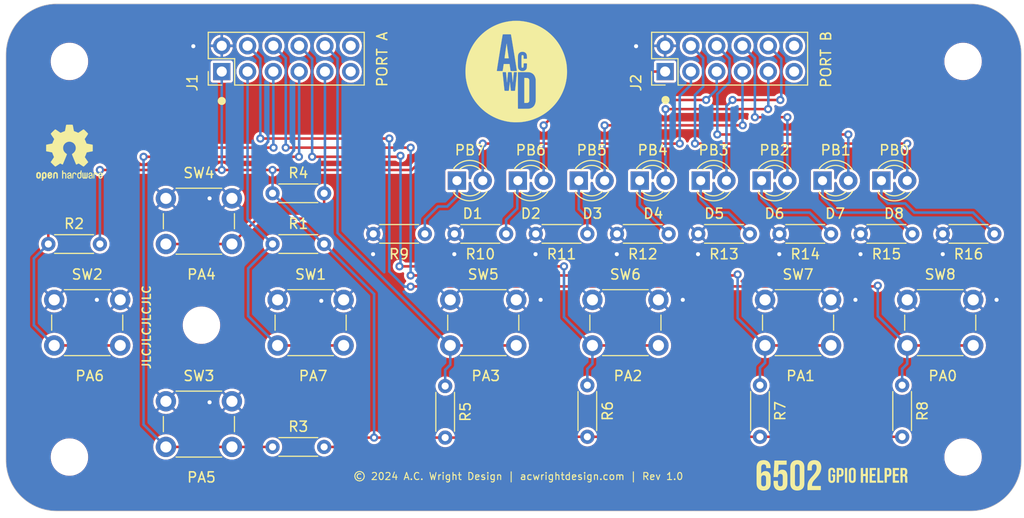
<source format=kicad_pcb>
(kicad_pcb (version 20240108) (generator "pcbnew") (generator_version "8.0")
  (title_block (title "6502 GPIO Helper") (date "2024-06-06") (rev "1.0") (company "A.C. Wright Design"))
  (layers (0 "F.Cu" signal "Top") (31 "B.Cu" signal "Bottom") (34 "B.Paste" user) (35 "F.Paste" user) (36 "B.SilkS" user "B.Silkscreen") (37 "F.SilkS" user "F.Silkscreen") (38 "B.Mask" user) (39 "F.Mask" user) (44 "Edge.Cuts" user))
  (net 0 "")
  (net 1 "GND")
  (net 2 "VCC")
  (net 3 "Net-(D1-K)")
  (net 4 "Net-(D2-K)")
  (net 5 "Net-(D3-K)")
  (net 6 "Net-(D4-K)")
  (net 7 "Net-(D5-K)")
  (net 8 "Net-(D6-K)")
  (net 9 "PB7")
  (net 10 "Net-(D7-K)")
  (net 11 "Net-(D8-K)")
  (net 12 "PB6")
  (net 13 "PB5")
  (net 14 "PB4")
  (net 15 "PB3")
  (net 16 "PB2")
  (net 17 "PB1")
  (net 18 "PB0")
  (net 19 "PA5")
  (net 21 "PA7")
  (net 22 "PA6")
  (net 23 "PA1")
  (net 24 "PA3")
  (net 26 "PA4")
  (net 27 "PA0")
  (net 28 "PA2")
  (footprint "Symbol:OSHW-Logo2_7.3x6mm_SilkScreen" (layer "F.Cu") (at 71.3011 97.8136)
    (property "Reference" "REF**" (hide yes))
    (property "Value" "OSHW-Logo2_7.3x6mm_SilkScreen" (hide yes))
  )
  (footprint "A.C. Wright Logo:A.C. Wright Logo 10mm" (layer "F.Cu") (at 115.3011 89.8136)
    (property "Reference" "G***" (hide yes))
    (property "Value" "LOGO" (hide yes))
  )
  (footprint "LED_THT:LED_D3.0mm" (layer "F.Cu") (at 133.4611 100.5636)
    (property "Reference" "D5" (at 1.34 3.25 0) (layer "F.SilkS"))
    (property "Value" "PB3" (at 1.27 -3 0) (layer "F.SilkS"))
    (pad "1" thru_hole rect (at 0 0) (size 1.8 1.8) (drill 0.9) (layers "*.Cu" "*.Mask") (net 7 "Net-(D5-K)"))
    (pad "2" thru_hole circle (at 2.54 0) (size 1.8 1.8) (drill 0.9) (layers "*.Cu" "*.Mask") (net 15 "PB3"))
  )
  (footprint "Resistor_THT:R_Axial_DIN0204_L3.6mm_D1.6mm_P5.08mm_Horizontal" (layer "F.Cu") (at 141.2211 105.8136)
    (property "Reference" "R14" (at 2.54 2 0) (layer "F.SilkS"))
    (property "Value" "330" (hide yes))
    (pad "1" thru_hole circle (at 0 0) (size 1.4 1.4) (drill 0.7) (layers "*.Cu" "*.Mask") (net 1 "GND"))
    (pad "2" thru_hole oval (at 5.08 0) (size 1.4 1.4) (drill 0.7) (layers "*.Cu" "*.Mask") (net 8 "Net-(D6-K)"))
  )
  (footprint "MountingHole:MountingHole_3.2mm_M3" (layer "F.Cu") (at 159.3011 88.8136)
    (property "Reference" "REF**" (hide yes))
    (property "Value" "MountingHole_3.2mm_M3" (hide yes))
    (pad "" np_thru_hole circle (at 0 0) (size 3.2 3.2) (drill 3.2) (layers "F&B.Cu" "*.Mask"))
  )
  (footprint "Resistor_THT:R_Axial_DIN0204_L3.6mm_D1.6mm_P5.08mm_Horizontal" (layer "F.Cu") (at 91.3011 126.8136)
    (property "Reference" "R3" (at 2.54 -2 0) (layer "F.SilkS"))
    (property "Value" "1K" (hide yes))
    (pad "1" thru_hole circle (at 0 0) (size 1.4 1.4) (drill 0.7) (layers "*.Cu" "*.Mask") (net 19 "PA5"))
    (pad "2" thru_hole oval (at 5.08 0) (size 1.4 1.4) (drill 0.7) (layers "*.Cu" "*.Mask") (net 2 "VCC"))
  )
  (footprint "MountingHole:MountingHole_3.2mm_M3" (layer "F.Cu") (at 84.3011 114.8136)
    (property "Reference" "REF**" (hide yes))
    (property "Value" "MountingHole_3.2mm_M3" (hide yes))
    (pad "" np_thru_hole circle (at 0 0) (size 3.2 3.2) (drill 3.2) (layers "*.Cu" "*.Mask"))
  )
  (footprint "Button_Switch_THT:SW_PUSH_6mm" (layer "F.Cu") (at 153.8011 112.3136)
    (property "Reference" "SW8" (at 3.25 -2.5 0) (layer "F.SilkS"))
    (property "Value" "PA0" (at 3.5 7.5 0) (layer "F.SilkS"))
    (pad "1" thru_hole circle (at 0 0 90) (size 2 2) (drill 1.1) (layers "*.Cu" "*.Mask") (net 1 "GND"))
    (pad "1" thru_hole circle (at 6.5 0 90) (size 2 2) (drill 1.1) (layers "*.Cu" "*.Mask") (net 1 "GND"))
    (pad "2" thru_hole circle (at 0 4.5 90) (size 2 2) (drill 1.1) (layers "*.Cu" "*.Mask") (net 27 "PA0"))
    (pad "2" thru_hole circle (at 6.5 4.5 90) (size 2 2) (drill 1.1) (layers "*.Cu" "*.Mask") (net 27 "PA0"))
  )
  (footprint "LED_THT:LED_D3.0mm" (layer "F.Cu") (at 151.2611 100.5636)
    (property "Reference" "D8" (at 1.24 3.25 0) (layer "F.SilkS"))
    (property "Value" "PB0" (at 1.27 -3 0) (layer "F.SilkS"))
    (pad "1" thru_hole rect (at 0 0) (size 1.8 1.8) (drill 0.9) (layers "*.Cu" "*.Mask") (net 11 "Net-(D8-K)"))
    (pad "2" thru_hole circle (at 2.54 0) (size 1.8 1.8) (drill 0.9) (layers "*.Cu" "*.Mask") (net 18 "PB0"))
  )
  (footprint "Button_Switch_THT:SW_PUSH_6mm" (layer "F.Cu") (at 80.8011 102.3136)
    (property "Reference" "SW4" (at 3.25 -2.5 0) (layer "F.SilkS"))
    (property "Value" "PA4" (at 3.5 7.5 0) (layer "F.SilkS"))
    (pad "1" thru_hole circle (at 0 0 90) (size 2 2) (drill 1.1) (layers "*.Cu" "*.Mask") (net 1 "GND"))
    (pad "1" thru_hole circle (at 6.5 0 90) (size 2 2) (drill 1.1) (layers "*.Cu" "*.Mask") (net 1 "GND"))
    (pad "2" thru_hole circle (at 0 4.5 90) (size 2 2) (drill 1.1) (layers "*.Cu" "*.Mask") (net 26 "PA4"))
    (pad "2" thru_hole circle (at 6.5 4.5 90) (size 2 2) (drill 1.1) (layers "*.Cu" "*.Mask") (net 26 "PA4"))
  )
  (footprint "Resistor_THT:R_Axial_DIN0204_L3.6mm_D1.6mm_P5.08mm_Horizontal" (layer "F.Cu") (at 157.3011 105.8136)
    (property "Reference" "R16" (at 2.54 2 0) (layer "F.SilkS"))
    (property "Value" "330" (hide yes))
    (pad "1" thru_hole circle (at 0 0) (size 1.4 1.4) (drill 0.7) (layers "*.Cu" "*.Mask") (net 1 "GND"))
    (pad "2" thru_hole oval (at 5.08 0) (size 1.4 1.4) (drill 0.7) (layers "*.Cu" "*.Mask") (net 11 "Net-(D8-K)"))
  )
  (footprint "Button_Switch_THT:SW_PUSH_6mm" (layer "F.Cu") (at 91.8011 112.3136)
    (property "Reference" "SW1" (at 3.25 -2.5 0) (layer "F.SilkS"))
    (property "Value" "PA7" (at 3.5 7.5 0) (layer "F.SilkS"))
    (pad "1" thru_hole circle (at 0 0 90) (size 2 2) (drill 1.1) (layers "*.Cu" "*.Mask") (net 1 "GND"))
    (pad "1" thru_hole circle (at 6.5 0 90) (size 2 2) (drill 1.1) (layers "*.Cu" "*.Mask") (net 1 "GND"))
    (pad "2" thru_hole circle (at 0 4.5 90) (size 2 2) (drill 1.1) (layers "*.Cu" "*.Mask") (net 21 "PA7"))
    (pad "2" thru_hole circle (at 6.5 4.5 90) (size 2 2) (drill 1.1) (layers "*.Cu" "*.Mask") (net 21 "PA7"))
  )
  (footprint "LED_THT:LED_D3.0mm" (layer "F.Cu") (at 127.4611 100.5636)
    (property "Reference" "D4" (at 1.34 3.25 0) (layer "F.SilkS"))
    (property "Value" "PB4" (at 1.27 -3 0) (layer "F.SilkS"))
    (pad "1" thru_hole rect (at 0 0) (size 1.8 1.8) (drill 0.9) (layers "*.Cu" "*.Mask") (net 6 "Net-(D4-K)"))
    (pad "2" thru_hole circle (at 2.54 0) (size 1.8 1.8) (drill 0.9) (layers "*.Cu" "*.Mask") (net 14 "PB4"))
  )
  (footprint "Connector_PinHeader_2.54mm:PinHeader_2x06_P2.54mm_Vertical" (layer "F.Cu") (at 86.3011 89.8136 90)
    (property "Reference" "J1" (at -1.1 -2.9 270) (layer "F.SilkS"))
    (property "Value" "PORT A" (at 1.2 15.8 270) (layer "F.SilkS"))
    (pad "1" thru_hole rect (at 0 0 90) (size 1.7 1.7) (drill 1) (layers "*.Cu" "*.Mask") (net 2 "VCC"))
    (pad "2" thru_hole oval (at 2.54 0 90) (size 1.7 1.7) (drill 1) (layers "*.Cu" "*.Mask") (net 1 "GND"))
    (pad "3" thru_hole oval (at 0 2.54 90) (size 1.7 1.7) (drill 1) (layers "*.Cu" "*.Mask") (net 21 "PA7"))
    (pad "4" thru_hole oval (at 2.54 2.54 90) (size 1.7 1.7) (drill 1) (layers "*.Cu" "*.Mask") (net 27 "PA0"))
    (pad "5" thru_hole oval (at 0 5.08 90) (size 1.7 1.7) (drill 1) (layers "*.Cu" "*.Mask") (net 22 "PA6"))
    (pad "6" thru_hole oval (at 2.54 5.08 90) (size 1.7 1.7) (drill 1) (layers "*.Cu" "*.Mask") (net 23 "PA1"))
    (pad "7" thru_hole oval (at 0 7.62 90) (size 1.7 1.7) (drill 1) (layers "*.Cu" "*.Mask") (net 19 "PA5"))
    (pad "8" thru_hole oval (at 2.54 7.62 90) (size 1.7 1.7) (drill 1) (layers "*.Cu" "*.Mask") (net 28 "PA2"))
    (pad "9" thru_hole oval (at 0 10.16 90) (size 1.7 1.7) (drill 1) (layers "*.Cu" "*.Mask") (net 26 "PA4"))
    (pad "10" thru_hole oval (at 2.54 10.16 90) (size 1.7 1.7) (drill 1) (layers "*.Cu" "*.Mask") (net 24 "PA3"))
    (pad "11" thru_hole oval (at 0 12.7 90) (size 1.7 1.7) (drill 1) (layers "*.Cu" "*.Mask"))
    (pad "12" thru_hole oval (at 2.54 12.7 90) (size 1.7 1.7) (drill 1) (layers "*.Cu" "*.Mask"))
  )
  (footprint "6502 Logos:6502 GPIO Helper Logo 3mm" (layer "F.Cu") (at 150.956215 129.613673)
    (property "Reference" "G***" (hide yes))
    (property "Value" "LOGO" (hide yes))
  )
  (footprint "Resistor_THT:R_Axial_DIN0204_L3.6mm_D1.6mm_P5.08mm_Horizontal" (layer "F.Cu") (at 69.2211 106.8136)
    (property "Reference" "R2" (at 2.54 -2 0) (layer "F.SilkS"))
    (property "Value" "1K" (hide yes))
    (pad "1" thru_hole circle (at 0 0) (size 1.4 1.4) (drill 0.7) (layers "*.Cu" "*.Mask") (net 22 "PA6"))
    (pad "2" thru_hole oval (at 5.08 0) (size 1.4 1.4) (drill 0.7) (layers "*.Cu" "*.Mask") (net 2 "VCC"))
  )
  (footprint "LED_THT:LED_D3.0mm" (layer "F.Cu") (at 115.4611 100.5636)
    (property "Reference" "D2" (at 1.27 3.25 0) (layer "F.SilkS"))
    (property "Value" "PB6" (at 1.27 -3 0) (layer "F.SilkS"))
    (pad "1" thru_hole rect (at 0 0) (size 1.8 1.8) (drill 0.9) (layers "*.Cu" "*.Mask") (net 4 "Net-(D2-K)"))
    (pad "2" thru_hole circle (at 2.54 0) (size 1.8 1.8) (drill 0.9) (layers "*.Cu" "*.Mask") (net 12 "PB6"))
  )
  (footprint "Resistor_THT:R_Axial_DIN0204_L3.6mm_D1.6mm_P5.08mm_Horizontal" (layer "F.Cu") (at 108.3011 120.8136 -90)
    (property "Reference" "R5" (at 2.54 -2 90) (layer "F.SilkS"))
    (property "Value" "1K" (hide yes))
    (pad "1" thru_hole circle (at 0 0 270) (size 1.4 1.4) (drill 0.7) (layers "*.Cu" "*.Mask") (net 24 "PA3"))
    (pad "2" thru_hole oval (at 5.08 0 270) (size 1.4 1.4) (drill 0.7) (layers "*.Cu" "*.Mask") (net 2 "VCC"))
  )
  (footprint "MountingHole:MountingHole_3.2mm_M3" (layer "F.Cu") (at 159.3011 127.8136)
    (property "Reference" "REF**" (hide yes))
    (property "Value" "MountingHole_3.2mm_M3" (hide yes))
    (pad "" np_thru_hole circle (at 0 0) (size 3.2 3.2) (drill 3.2) (layers "F&B.Cu" "*.Mask"))
  )
  (footprint "Resistor_THT:R_Axial_DIN0204_L3.6mm_D1.6mm_P5.08mm_Horizontal" (layer "F.Cu") (at 117.2211 105.8136)
    (property "Reference" "R11" (at 2.54 2 0) (layer "F.SilkS"))
    (property "Value" "330" (hide yes))
    (pad "1" thru_hole circle (at 0 0) (size 1.4 1.4) (drill 0.7) (layers "*.Cu" "*.Mask") (net 1 "GND"))
    (pad "2" thru_hole oval (at 5.08 0) (size 1.4 1.4) (drill 0.7) (layers "*.Cu" "*.Mask") (net 5 "Net-(D3-K)"))
  )
  (footprint "Connector_PinHeader_2.54mm:PinHeader_2x06_P2.54mm_Vertical" (layer "F.Cu") (at 129.9611 89.8136 90)
    (property "Reference" "J2" (at -1.1 -2.86 270) (layer "F.SilkS"))
    (property "Value" "PORT B" (at 1.2 15.84 270) (layer "F.SilkS"))
    (pad "1" thru_hole rect (at 0 0 90) (size 1.7 1.7) (drill 1) (layers "*.Cu" "*.Mask") (net 2 "VCC"))
    (pad "2" thru_hole oval (at 2.54 0 90) (size 1.7 1.7) (drill 1) (layers "*.Cu" "*.Mask") (net 1 "GND"))
    (pad "3" thru_hole oval (at 0 2.54 90) (size 1.7 1.7) (drill 1) (layers "*.Cu" "*.Mask") (net 9 "PB7"))
    (pad "4" thru_hole oval (at 2.54 2.54 90) (size 1.7 1.7) (drill 1) (layers "*.Cu" "*.Mask") (net 18 "PB0"))
    (pad "5" thru_hole oval (at 0 5.08 90) (size 1.7 1.7) (drill 1) (layers "*.Cu" "*.Mask") (net 12 "PB6"))
    (pad "6" thru_hole oval (at 2.54 5.08 90) (size 1.7 1.7) (drill 1) (layers "*.Cu" "*.Mask") (net 17 "PB1"))
    (pad "7" thru_hole oval (at 0 7.62 90) (size 1.7 1.7) (drill 1) (layers "*.Cu" "*.Mask") (net 13 "PB5"))
    (pad "8" thru_hole oval (at 2.54 7.62 90) (size 1.7 1.7) (drill 1) (layers "*.Cu" "*.Mask") (net 16 "PB2"))
    (pad "9" thru_hole oval (at 0 10.16 90) (size 1.7 1.7) (drill 1) (layers "*.Cu" "*.Mask") (net 14 "PB4"))
    (pad "10" thru_hole oval (at 2.54 10.16 90) (size 1.7 1.7) (drill 1) (layers "*.Cu" "*.Mask") (net 15 "PB3"))
    (pad "11" thru_hole oval (at 0 12.7 90) (size 1.7 1.7) (drill 1) (layers "*.Cu" "*.Mask"))
    (pad "12" thru_hole oval (at 2.54 12.7 90) (size 1.7 1.7) (drill 1) (layers "*.Cu" "*.Mask"))
  )
  (footprint "LED_THT:LED_D3.0mm" (layer "F.Cu") (at 109.4611 100.5636)
    (property "Reference" "D1" (at 1.54 3.25 0) (layer "F.SilkS"))
    (property "Value" "PB7" (at 1.27 -3 0) (layer "F.SilkS"))
    (pad "1" thru_hole rect (at 0 0) (size 1.8 1.8) (drill 0.9) (layers "*.Cu" "*.Mask") (net 3 "Net-(D1-K)"))
    (pad "2" thru_hole circle (at 2.54 0) (size 1.8 1.8) (drill 0.9) (layers "*.Cu" "*.Mask") (net 9 "PB7"))
  )
  (footprint "MountingHole:MountingHole_3.2mm_M3" (layer "F.Cu") (at 71.3011 88.8136)
    (property "Reference" "REF**" (hide yes))
    (property "Value" "MountingHole_3.2mm_M3" (hide yes))
    (pad "" np_thru_hole circle (at 0 0) (size 3.2 3.2) (drill 3.2) (layers "F&B.Cu" "*.Mask"))
  )
  (footprint "Resistor_THT:R_Axial_DIN0204_L3.6mm_D1.6mm_P5.08mm_Horizontal" (layer "F.Cu") (at 153.3011 120.7336 -90)
    (property "Reference" "R8" (at 2.54 -2 90) (layer "F.SilkS"))
    (property "Value" "1K" (hide yes))
    (pad "1" thru_hole circle (at 0 0 270) (size 1.4 1.4) (drill 0.7) (layers "*.Cu" "*.Mask") (net 27 "PA0"))
    (pad "2" thru_hole oval (at 5.08 0 270) (size 1.4 1.4) (drill 0.7) (layers "*.Cu" "*.Mask") (net 2 "VCC"))
  )
  (footprint "Button_Switch_THT:SW_PUSH_6mm" (layer "F.Cu") (at 80.8011 122.3136)
    (property "Reference" "SW3" (at 3.25 -2.5 0) (layer "F.SilkS"))
    (property "Value" "PA5" (at 3.5 7.5 0) (layer "F.SilkS"))
    (pad "1" thru_hole circle (at 0 0 90) (size 2 2) (drill 1.1) (layers "*.Cu" "*.Mask") (net 1 "GND"))
    (pad "1" thru_hole circle (at 6.5 0 90) (size 2 2) (drill 1.1) (layers "*.Cu" "*.Mask") (net 1 "GND"))
    (pad "2" thru_hole circle (at 0 4.5 90) (size 2 2) (drill 1.1) (layers "*.Cu" "*.Mask") (net 19 "PA5"))
    (pad "2" thru_hole circle (at 6.5 4.5 90) (size 2 2) (drill 1.1) (layers "*.Cu" "*.Mask") (net 19 "PA5"))
  )
  (footprint "LED_THT:LED_D3.0mm" (layer "F.Cu") (at 139.4611 100.5636)
    (property "Reference" "D6" (at 1.27 3.25 0) (layer "F.SilkS"))
    (property "Value" "PB2" (at 1.27 -3 0) (layer "F.SilkS"))
    (pad "1" thru_hole rect (at 0 0) (size 1.8 1.8) (drill 0.9) (layers "*.Cu" "*.Mask") (net 8 "Net-(D6-K)"))
    (pad "2" thru_hole circle (at 2.54 0) (size 1.8 1.8) (drill 0.9) (layers "*.Cu" "*.Mask") (net 16 "PB2"))
  )
  (footprint "Resistor_THT:R_Axial_DIN0204_L3.6mm_D1.6mm_P5.08mm_Horizontal" (layer "F.Cu") (at 133.2211 105.8136)
    (property "Reference" "R13" (at 2.54 2 0) (layer "F.SilkS"))
    (property "Value" "330" (hide yes))
    (pad "1" thru_hole circle (at 0 0) (size 1.4 1.4) (drill 0.7) (layers "*.Cu" "*.Mask") (net 1 "GND"))
    (pad "2" thru_hole oval (at 5.08 0) (size 1.4 1.4) (drill 0.7) (layers "*.Cu" "*.Mask") (net 7 "Net-(D5-K)"))
  )
  (footprint "Button_Switch_THT:SW_PUSH_6mm" (layer "F.Cu") (at 139.8011 112.3136)
    (property "Reference" "SW7" (at 3.25 -2.5 0) (layer "F.SilkS"))
    (property "Value" "PA1" (at 3.5 7.5 0) (layer "F.SilkS"))
    (pad "1" thru_hole circle (at 0 0 90) (size 2 2) (drill 1.1) (layers "*.Cu" "*.Mask") (net 1 "GND"))
    (pad "1" thru_hole circle (at 6.5 0 90) (size 2 2) (drill 1.1) (layers "*.Cu" "*.Mask") (net 1 "GND"))
    (pad "2" thru_hole circle (at 0 4.5 90) (size 2 2) (drill 1.1) (layers "*.Cu" "*.Mask") (net 23 "PA1"))
    (pad "2" thru_hole circle (at 6.5 4.5 90) (size 2 2) (drill 1.1) (layers "*.Cu" "*.Mask") (net 23 "PA1"))
  )
  (footprint "Resistor_THT:R_Axial_DIN0204_L3.6mm_D1.6mm_P5.08mm_Horizontal" (layer "F.Cu") (at 122.3011 120.7336 -90)
    (property "Reference" "R6" (at 2.54 -2 90) (layer "F.SilkS"))
    (property "Value" "1K" (hide yes))
    (pad "1" thru_hole circle (at 0 0 270) (size 1.4 1.4) (drill 0.7) (layers "*.Cu" "*.Mask") (net 28 "PA2"))
    (pad "2" thru_hole oval (at 5.08 0 270) (size 1.4 1.4) (drill 0.7) (layers "*.Cu" "*.Mask") (net 2 "VCC"))
  )
  (footprint "Resistor_THT:R_Axial_DIN0204_L3.6mm_D1.6mm_P5.08mm_Horizontal" (layer "F.Cu") (at 149.2211 105.8136)
    (property "Reference" "R15" (at 2.54 2 0) (layer "F.SilkS"))
    (property "Value" "330" (hide yes))
    (pad "1" thru_hole circle (at 0 0) (size 1.4 1.4) (drill 0.7) (layers "*.Cu" "*.Mask") (net 1 "GND"))
    (pad "2" thru_hole oval (at 5.08 0) (size 1.4 1.4) (drill 0.7) (layers "*.Cu" "*.Mask") (net 10 "Net-(D7-K)"))
  )
  (footprint "Resistor_THT:R_Axial_DIN0204_L3.6mm_D1.6mm_P5.08mm_Horizontal" (layer "F.Cu") (at 139.3011 120.7336 -90)
    (property "Reference" "R7" (at 2.54 -2 90) (layer "F.SilkS"))
    (property "Value" "1K" (hide yes))
    (pad "1" thru_hole circle (at 0 0 270) (size 1.4 1.4) (drill 0.7) (layers "*.Cu" "*.Mask") (net 23 "PA1"))
    (pad "2" thru_hole oval (at 5.08 0 270) (size 1.4 1.4) (drill 0.7) (layers "*.Cu" "*.Mask") (net 2 "VCC"))
  )
  (footprint "Resistor_THT:R_Axial_DIN0204_L3.6mm_D1.6mm_P5.08mm_Horizontal" (layer "F.Cu") (at 125.2211 105.8136)
    (property "Reference" "R12" (at 2.54 2 0) (layer "F.SilkS"))
    (property "Value" "330" (hide yes))
    (pad "1" thru_hole circle (at 0 0) (size 1.4 1.4) (drill 0.7) (layers "*.Cu" "*.Mask") (net 1 "GND"))
    (pad "2" thru_hole oval (at 5.08 0) (size 1.4 1.4) (drill 0.7) (layers "*.Cu" "*.Mask") (net 6 "Net-(D4-K)"))
  )
  (footprint "LED_THT:LED_D3.0mm" (layer "F.Cu") (at 121.4611 100.5636)
    (property "Reference" "D3" (at 1.34 3.25 0) (layer "F.SilkS"))
    (property "Value" "PB5" (at 1.27 -3 0) (layer "F.SilkS"))
    (pad "1" thru_hole rect (at 0 0) (size 1.8 1.8) (drill 0.9) (layers "*.Cu" "*.Mask") (net 5 "Net-(D3-K)"))
    (pad "2" thru_hole circle (at 2.54 0) (size 1.8 1.8) (drill 0.9) (layers "*.Cu" "*.Mask") (net 13 "PB5"))
  )
  (footprint "Button_Switch_THT:SW_PUSH_6mm" (layer "F.Cu") (at 122.8011 112.3136)
    (property "Reference" "SW6" (at 3.25 -2.5 0) (layer "F.SilkS"))
    (property "Value" "PA2" (at 3.5 7.5 0) (layer "F.SilkS"))
    (pad "1" thru_hole circle (at 0 0 90) (size 2 2) (drill 1.1) (layers "*.Cu" "*.Mask") (net 1 "GND"))
    (pad "1" thru_hole circle (at 6.5 0 90) (size 2 2) (drill 1.1) (layers "*.Cu" "*.Mask") (net 1 "GND"))
    (pad "2" thru_hole circle (at 0 4.5 90) (size 2 2) (drill 1.1) (layers "*.Cu" "*.Mask") (net 28 "PA2"))
    (pad "2" thru_hole circle (at 6.5 4.5 90) (size 2 2) (drill 1.1) (layers "*.Cu" "*.Mask") (net 28 "PA2"))
  )
  (footprint "Button_Switch_THT:SW_PUSH_6mm" (layer "F.Cu") (at 69.8011 112.3136)
    (property "Reference" "SW2" (at 3.25 -2.5 0) (layer "F.SilkS"))
    (property "Value" "PA6" (at 3.5 7.5 0) (layer "F.SilkS"))
    (pad "1" thru_hole circle (at 0 0 90) (size 2 2) (drill 1.1) (layers "*.Cu" "*.Mask") (net 1 "GND"))
    (pad "1" thru_hole circle (at 6.5 0 90) (size 2 2) (drill 1.1) (layers "*.Cu" "*.Mask") (net 1 "GND"))
    (pad "2" thru_hole circle (at 0 4.5 90) (size 2 2) (drill 1.1) (layers "*.Cu" "*.Mask") (net 22 "PA6"))
    (pad "2" thru_hole circle (at 6.5 4.5 90) (size 2 2) (drill 1.1) (layers "*.Cu" "*.Mask") (net 22 "PA6"))
  )
  (footprint "Resistor_THT:R_Axial_DIN0204_L3.6mm_D1.6mm_P5.08mm_Horizontal" (layer "F.Cu") (at 101.2211 105.8136)
    (property "Reference" "R9" (at 2.54 2 0) (layer "F.SilkS"))
    (property "Value" "330" (hide yes))
    (pad "1" thru_hole circle (at 0 0) (size 1.4 1.4) (drill 0.7) (layers "*.Cu" "*.Mask") (net 1 "GND"))
    (pad "2" thru_hole oval (at 5.08 0) (size 1.4 1.4) (drill 0.7) (layers "*.Cu" "*.Mask") (net 3 "Net-(D1-K)"))
  )
  (footprint "Resistor_THT:R_Axial_DIN0204_L3.6mm_D1.6mm_P5.08mm_Horizontal" (layer "F.Cu") (at 109.2211 105.8136)
    (property "Reference" "R10" (at 2.54 2 0) (layer "F.SilkS"))
    (property "Value" "330" (hide yes))
    (pad "1" thru_hole circle (at 0 0) (size 1.4 1.4) (drill 0.7) (layers "*.Cu" "*.Mask") (net 1 "GND"))
    (pad "2" thru_hole oval (at 5.08 0) (size 1.4 1.4) (drill 0.7) (layers "*.Cu" "*.Mask") (net 4 "Net-(D2-K)"))
  )
  (footprint "Button_Switch_THT:SW_PUSH_6mm" (layer "F.Cu") (at 108.8011 112.3136)
    (property "Reference" "SW5" (at 3.25 -2.5 0) (layer "F.SilkS"))
    (property "Value" "PA3" (at 3.5 7.5 0) (layer "F.SilkS"))
    (pad "1" thru_hole circle (at 0 0 90) (size 2 2) (drill 1.1) (layers "*.Cu" "*.Mask") (net 1 "GND"))
    (pad "1" thru_hole circle (at 6.5 0 90) (size 2 2) (drill 1.1) (layers "*.Cu" "*.Mask") (net 1 "GND"))
    (pad "2" thru_hole circle (at 0 4.5 90) (size 2 2) (drill 1.1) (layers "*.Cu" "*.Mask") (net 24 "PA3"))
    (pad "2" thru_hole circle (at 6.5 4.5 90) (size 2 2) (drill 1.1) (layers "*.Cu" "*.Mask") (net 24 "PA3"))
  )
  (footprint "MountingHole:MountingHole_3.2mm_M3" (layer "F.Cu") (at 71.3011 127.8136)
    (property "Reference" "REF**" (hide yes))
    (property "Value" "MountingHole_3.2mm_M3" (hide yes))
    (pad "" np_thru_hole circle (at 0 0) (size 3.2 3.2) (drill 3.2) (layers "F&B.Cu" "*.Mask"))
  )
  (footprint "LED_THT:LED_D3.0mm" (layer "F.Cu") (at 145.4611 100.5636)
    (property "Reference" "D7" (at 1.24 3.25 0) (layer "F.SilkS"))
    (property "Value" "PB1" (at 1.29 -3 0) (layer "F.SilkS"))
    (pad "1" thru_hole rect (at 0 0) (size 1.8 1.8) (drill 0.9) (layers "*.Cu" "*.Mask") (net 10 "Net-(D7-K)"))
    (pad "2" thru_hole circle (at 2.54 0) (size 1.8 1.8) (drill 0.9) (layers "*.Cu" "*.Mask") (net 17 "PB1"))
  )
  (footprint "Resistor_THT:R_Axial_DIN0204_L3.6mm_D1.6mm_P5.08mm_Horizontal" (layer "F.Cu") (at 96.3811 101.8136 180)
    (property "Reference" "R4" (at 2.54 2 180) (layer "F.SilkS"))
    (property "Value" "1K" (hide yes))
    (pad "1" thru_hole circle (at 0 0 180) (size 1.4 1.4) (drill 0.7) (layers "*.Cu" "*.Mask") (net 26 "PA4"))
    (pad "2" thru_hole oval (at 5.08 0 180) (size 1.4 1.4) (drill 0.7) (layers "*.Cu" "*.Mask") (net 2 "VCC"))
  )
  (footprint "Resistor_THT:R_Axial_DIN0204_L3.6mm_D1.6mm_P5.08mm_Horizontal" (layer "F.Cu") (at 91.3011 106.8136)
    (property "Reference" "R1" (at 2.54 -2 0) (layer "F.SilkS"))
    (property "Value" "1K" (hide yes))
    (pad "1" thru_hole circle (at 0 0) (size 1.4 1.4) (drill 0.7) (layers "*.Cu" "*.Mask") (net 21 "PA7"))
    (pad "2" thru_hole oval (at 5.08 0) (size 1.4 1.4) (drill 0.7) (layers "*.Cu" "*.Mask") (net 2 "VCC"))
  )
  (gr_circle (center 86.3011 92.7136) (end 86.5011 92.7136) (stroke (width 0.4)) (fill none) (layer "F.SilkS"))
  (gr_circle (center 130.0011 92.6136) (end 130.2011 92.6136) (stroke (width 0.4)) (fill none) (layer "F.SilkS"))
  (gr_line (start 132.8472 133.1342) (end 160.0472 133.1342) (stroke (width 0.05)) (layer "Edge.Cuts"))
  (gr_arc (start 70.0472 133.1342) (mid 66.511666 131.669734) (end 65.0472 128.1342) (stroke (width 0.05)) (layer "Edge.Cuts"))
  (gr_line (start 165.0472 128.1342) (end 165.0472 88.1342) (stroke (width 0.05)) (layer "Edge.Cuts"))
  (gr_line (start 70.0472 133.1342) (end 132.8472 133.1342) (stroke (width 0.05)) (layer "Edge.Cuts"))
  (gr_line (start 65.0472 88.1342) (end 65.0472 128.1342) (stroke (width 0.05)) (layer "Edge.Cuts"))
  (gr_arc (start 65.0472 88.1342) (mid 66.511666 84.598666) (end 70.0472 83.1342) (stroke (width 0.05)) (layer "Edge.Cuts"))
  (gr_line (start 160.0472 83.1342) (end 70.0472 83.1342) (stroke (width 0.05)) (layer "Edge.Cuts"))
  (gr_arc (start 160.0472 83.1342) (mid 163.582734 84.598666) (end 165.0472 88.1342) (stroke (width 0.05)) (layer "Edge.Cuts"))
  (gr_arc (start 165.0472 128.1342) (mid 163.582734 131.669734) (end 160.0472 133.1342) (stroke (width 0.05)) (layer "Edge.Cuts"))
  (gr_text "JLCJLCJLCJLC" (at 78.9011 115.0136 90) (layer "F.SilkS") (effects (font (size 0.8 0.8))))
  (gr_text "© 2024 A.C. Wright Design | acwrightdesign.com | Rev 1.0" (at 115.5011 129.7136 0) (layer "F.SilkS") (effects (font (size 0.7 0.7) (thickness 0.1))))
  (via (at 149.2011 107.8136) (size 0.8) (drill 0.4) (layers "F.Cu" "B.Cu") (net 1))
  (via (at 117.7011 112.3136) (size 0.8) (drill 0.4) (layers "F.Cu" "B.Cu") (net 1))
  (via (at 141.2011 107.8136) (size 0.8) (drill 0.4) (layers "F.Cu" "B.Cu") (net 1))
  (via (at 109.2011 107.8136) (size 0.8) (drill 0.4) (layers "F.Cu" "B.Cu") (net 1))
  (via (at 131.7011 112.3136) (size 0.8) (drill 0.4) (layers "F.Cu" "B.Cu") (net 1))
  (via (at 148.7011 112.3136) (size 0.8) (drill 0.4) (layers "F.Cu" "B.Cu") (net 1))
  (via (at 117.2011 107.8136) (size 0.8) (drill 0.4) (layers "F.Cu" "B.Cu") (net 1))
  (via (at 127.1011 87.3136) (size 0.8) (drill 0.4) (layers "F.Cu" "B.Cu") (net 1))
  (via (at 133.2011 107.8136) (size 0.8) (drill 0.4) (layers "F.Cu" "B.Cu") (net 1))
  (via (at 83.5011 87.3136) (size 0.8) (drill 0.4) (layers "F.Cu" "B.Cu") (net 1))
  (via (at 125.2011 107.8136) (size 0.8) (drill 0.4) (layers "F.Cu" "B.Cu") (net 1))
  (via (at 74.0011 112.3136) (size 0.8) (drill 0.4) (layers "F.Cu" "B.Cu") (net 1))
  (via (at 85.1011 102.3136) (size 0.8) (drill 0.4) (layers "F.Cu" "B.Cu") (net 1))
  (via (at 96.1011 112.4136) (size 0.8) (drill 0.4) (layers "F.Cu" "B.Cu") (net 1))
  (via (at 101.2011 107.8136) (size 0.8) (drill 0.4) (layers "F.Cu" "B.Cu") (net 1))
  (via (at 162.6011 112.3136) (size 0.8) (drill 0.4) (layers "F.Cu" "B.Cu") (net 1))
  (via (at 85.1011 122.4136) (size 0.8) (drill 0.4) (layers "F.Cu" "B.Cu") (net 1))
  (via (at 157.3011 107.8136) (size 0.8) (drill 0.4) (layers "F.Cu" "B.Cu") (net 1))
  (segment (start 121.0211 125.8936) (end 108.3011 125.8936) (width 0.25) (layer "F.Cu") (net 2))
  (segment (start 109.4011 95.1136) (end 115.9011 95.1136) (width 0.25) (layer "F.Cu") (net 2))
  (segment (start 91.3011 99.5136) (end 86.3011 99.5136) (width 0.25) (layer "F.Cu") (net 2))
  (segment (start 74.3011 99.5136) (end 86.3011 99.5136) (width 0.25) (layer "F.Cu") (net 2))
  (segment (start 153.3011 125.8136) (end 139.3011 125.8136) (width 0.25) (layer "F.Cu") (net 2))
  (segment (start 98.3011 126.8136) (end 96.3811 126.8136) (width 0.25) (layer "F.Cu") (net 2))
  (segment (start 139.3011 125.8136) (end 122.3011 125.8136) (width 0.25) (layer "F.Cu") (net 2))
  (segment (start 105.0011 99.5136) (end 109.4011 95.1136) (width 0.25) (layer "F.Cu") (net 2))
  (segment (start 99.2211 125.8936) (end 98.3011 126.8136) (width 0.25) (layer "F.Cu") (net 2))
  (segment (start 115.9011 95.1136) (end 121.2011 89.8136) (width 0.25) (layer "F.Cu") (net 2))
  (segment (start 121.1011 125.8136) (end 121.0211 125.8936) (width 0.25) (layer "F.Cu") (net 2))
  (segment (start 91.3011 99.5136) (end 105.0011 99.5136) (width 0.25) (layer "F.Cu") (net 2))
  (segment (start 121.2011 89.8136) (end 129.9611 89.8136) (width 0.25) (layer "F.Cu") (net 2))
  (segment (start 108.3011 125.8936) (end 99.2211 125.8936) (width 0.25) (layer "F.Cu") (net 2))
  (segment (start 122.3011 125.8136) (end 121.1011 125.8136) (width 0.25) (layer "F.Cu") (net 2))
  (via (at 91.3011 99.5136) (size 0.8) (drill 0.4) (layers "F.Cu" "B.Cu") (net 2))
  (via (at 101.3011 125.8936) (size 0.8) (drill 0.4) (layers "F.Cu" "B.Cu") (net 2))
  (via (at 86.3011 99.5136) (size 0.8) (drill 0.4) (layers "F.Cu" "B.Cu") (net 2))
  (via (at 74.3011 99.5136) (size 0.8) (drill 0.4) (layers "F.Cu" "B.Cu") (net 2))
  (segment (start 86.3011 89.8136) (end 86.3011 99.5136) (width 0.25) (layer "B.Cu") (net 2))
  (segment (start 74.3011 99.5136) (end 74.3011 106.8136) (width 0.25) (layer "B.Cu") (net 2))
  (segment (start 91.3011 101.8136) (end 91.3011 99.5136) (width 0.25) (layer "B.Cu") (net 2))
  (segment (start 101.3011 125.8936) (end 101.3011 111.7336) (width 0.25) (layer "B.Cu") (net 2))
  (segment (start 101.3011 111.7336) (end 96.3811 106.8136) (width 0.25) (layer "B.Cu") (net 2))
  (segment (start 91.3011 101.8136) (end 96.3011 106.8136) (width 0.25) (layer "B.Cu") (net 2))
  (segment (start 96.3011 106.8136) (end 96.3811 106.8136) (width 0.25) (layer "B.Cu") (net 2))
  (segment (start 107.6011 103.1136) (end 108.5011 103.1136) (width 0.25) (layer "B.Cu") (net 3))
  (segment (start 106.3011 105.8136) (end 106.3011 104.4136) (width 0.25) (layer "B.Cu") (net 3))
  (segment (start 109.4611 102.1536) (end 109.4611 100.5636) (width 0.25) (layer "B.Cu") (net 3))
  (segment (start 108.5011 103.1136) (end 109.4611 102.1536) (width 0.25) (layer "B.Cu") (net 3))
  (segment (start 106.3011 104.4136) (end 107.6011 103.1136) (width 0.25) (layer "B.Cu") (net 3))
  (segment (start 115.4011 100.6236) (end 115.4611 100.5636) (width 0.25) (layer "B.Cu") (net 4))
  (segment (start 114.3011 104.4136) (end 115.4011 103.3136) (width 0.25) (layer "B.Cu") (net 4))
  (segment (start 114.3011 105.8136) (end 114.3011 104.4136) (width 0.25) (layer "B.Cu") (net 4))
  (segment (start 115.4011 103.3136) (end 115.4011 100.6236) (width 0.25) (layer "B.Cu") (net 4))
  (segment (start 122.3011 105.8136) (end 122.3011 104.2136) (width 0.25) (layer "B.Cu") (net 5))
  (segment (start 122.3011 104.2136) (end 121.4611 103.3736) (width 0.25) (layer "B.Cu") (net 5))
  (segment (start 121.4611 103.3736) (end 121.4611 100.5636) (width 0.25) (layer "B.Cu") (net 5))
  (segment (start 127.4611 102.9736) (end 127.4611 100.5636) (width 0.25) (layer "B.Cu") (net 6))
  (segment (start 130.3011 105.8136) (end 127.4611 102.9736) (width 0.25) (layer "B.Cu") (net 6))
  (segment (start 134.8011 103.7136) (end 133.4611 102.3736) (width 0.25) (layer "B.Cu") (net 7))
  (segment (start 136.2011 103.7136) (end 134.8011 103.7136) (width 0.25) (layer "B.Cu") (net 7))
  (segment (start 133.4611 102.3736) (end 133.4611 100.5636) (width 0.25) (layer "B.Cu") (net 7))
  (segment (start 138.3011 105.8136) (end 136.2011 103.7136) (width 0.25) (layer "B.Cu") (net 7))
  (segment (start 139.4611 102.2736) (end 139.4611 100.5636) (width 0.25) (layer "B.Cu") (net 8))
  (segment (start 140.9011 103.7136) (end 139.4611 102.2736) (width 0.25) (layer "B.Cu") (net 8))
  (segment (start 144.2011 103.7136) (end 140.9011 103.7136) (width 0.25) (layer "B.Cu") (net 8))
  (segment (start 146.3011 105.8136) (end 144.2011 103.7136) (width 0.25) (layer "B.Cu") (net 8))
  (segment (start 131.4011 96.9136) (end 112.0011 96.9136) (width 0.25) (layer "F.Cu") (net 9))
  (via (at 112.0011 96.9136) (size 0.8) (drill 0.4) (layers "F.Cu" "B.Cu") (net 9))
  (via (at 131.4011 96.9136) (size 0.8) (drill 0.4) (layers "F.Cu" "B.Cu") (net 9))
  (segment (start 112.0011 96.9136) (end 112.0011 100.5636) (width 0.25) (layer "B.Cu") (net 9))
  (segment (start 131.8011 91.8136) (end 131.4011 92.2136) (width 0.25) (layer "B.Cu") (net 9))
  (segment (start 131.4011 92.2136) (end 131.4011 96.9136) (width 0.25) (layer "B.Cu") (net 9))
  (segment (start 132.5011 91.1136) (end 131.8011 91.8136) (width 0.25) (layer "B.Cu") (net 9))
  (segment (start 132.5011 89.8136) (end 132.5011 91.1136) (width 0.25) (layer "B.Cu") (net 9))
  (segment (start 154.3011 105.8136) (end 152.2011 103.7136) (width 0.25) (layer "B.Cu") (net 10))
  (segment (start 145.4611 102.2736) (end 145.4611 100.5636) (width 0.25) (layer "B.Cu") (net 10))
  (segment (start 146.9011 103.7136) (end 145.4611 102.2736) (width 0.25) (layer "B.Cu") (net 10))
  (segment (start 152.2011 103.7136) (end 146.9011 103.7136) (width 0.25) (layer "B.Cu") (net 10))
  (segment (start 153.6011 102.8136) (end 151.9011 102.8136) (width 0.25) (layer "B.Cu") (net 11))
  (segment (start 160.2811 103.7136) (end 154.5011 103.7136) (width 0.25) (layer "B.Cu") (net 11))
  (segment (start 151.9011 102.8136) (end 151.2611 102.1736) (width 0.25) (layer "B.Cu") (net 11))
  (segment (start 154.5011 103.7136) (end 153.6011 102.8136) (width 0.25) (layer "B.Cu") (net 11))
  (segment (start 162.3811 105.8136) (end 160.2811 103.7136) (width 0.25) (layer "B.Cu") (net 11))
  (segment (start 151.2611 102.1736) (end 151.2611 100.5636) (width 0.25) (layer "B.Cu") (net 11))
  (segment (start 134.0011 92.6136) (end 120.5011 92.6136) (width 0.25) (layer "F.Cu") (net 12))
  (segment (start 120.5011 92.6136) (end 118.0011 95.1136) (width 0.25) (layer "F.Cu") (net 12))
  (via (at 134.0011 92.6136) (size 0.8) (drill 0.4) (layers "F.Cu" "B.Cu") (net 12))
  (via (at 118.0011 95.1136) (size 0.8) (drill 0.4) (layers "F.Cu" "B.Cu") (net 12))
  (segment (start 135.0411 89.8136) (end 135.0411 91.5736) (width 0.25) (layer "B.Cu") (net 12))
  (segment (start 135.0411 91.5736) (end 134.0011 92.6136) (width 0.25) (layer "B.Cu") (net 12))
  (segment (start 118.0011 95.1136) (end 118.0011 100.5636) (width 0.25) (layer "B.Cu") (net 12))
  (segment (start 137.6011 95.1136) (end 124.0011 95.1136) (width 0.25) (layer "F.Cu") (net 13))
  (via (at 137.6011 95.1136) (size 0.8) (drill 0.4) (layers "F.Cu" "B.Cu") (net 13))
  (via (at 124.0011 95.1136) (size 0.8) (drill 0.4) (layers "F.Cu" "B.Cu") (net 13))
  (segment (start 137.5811 89.8136) (end 137.5811 95.0936) (width 0.25) (layer "B.Cu") (net 13))
  (segment (start 124.0011 95.1136) (end 124.0011 100.5636) (width 0.25) (layer "B.Cu") (net 13))
  (segment (start 137.5811 95.0936) (end 137.6011 95.1136) (width 0.25) (layer "B.Cu") (net 13))
  (segment (start 140.1011 93.5136) (end 130.0011 93.5136) (width 0.25) (layer "F.Cu") (net 14))
  (via (at 130.0011 93.5136) (size 0.8) (drill 0.4) (layers "F.Cu" "B.Cu") (net 14))
  (via (at 140.1011 93.5136) (size 0.8) (drill 0.4) (layers "F.Cu" "B.Cu") (net 14))
  (segment (start 140.1211 89.8136) (end 140.1211 93.4936) (width 0.25) (layer "B.Cu") (net 14))
  (segment (start 130.0011 93.5136) (end 130.0011 100.5636) (width 0.25) (layer "B.Cu") (net 14))
  (segment (start 140.1211 93.4936) (end 140.1011 93.5136) (width 0.25) (layer "B.Cu") (net 14))
  (segment (start 136.6011 92.6136) (end 141.3011 92.6136) (width 0.25) (layer "F.Cu") (net 15))
  (via (at 136.6011 92.6136) (size 0.8) (drill 0.4) (layers "F.Cu" "B.Cu") (net 15))
  (via (at 141.3011 92.6136) (size 0.8) (drill 0.4) (layers "F.Cu" "B.Cu") (net 15))
  (segment (start 136.0011 93.2136) (end 136.0011 100.5636) (width 0.25) (layer "B.Cu") (net 15))
  (segment (start 141.4011 88.5536) (end 141.4011 92.5136) (width 0.25) (layer "B.Cu") (net 15))
  (segment (start 140.1211 87.2736) (end 141.4011 88.5536) (width 0.25) (layer "B.Cu") (net 15))
  (segment (start 136.6011 92.6136) (end 136.0011 93.2136) (width 0.25) (layer "B.Cu") (net 15))
  (segment (start 141.4011 92.5136) (end 141.3011 92.6136) (width 0.25) (layer "B.Cu") (net 15))
  (segment (start 138.8011 94.3136) (end 142.0011 94.3136) (width 0.25) (layer "F.Cu") (net 16))
  (via (at 138.8011 94.3136) (size 0.8) (drill 0.4) (layers "F.Cu" "B.Cu") (net 16))
  (via (at 142.0011 94.3136) (size 0.8) (drill 0.4) (layers "F.Cu" "B.Cu") (net 16))
  (segment (start 142.0011 94.3136) (end 142.0011 100.5636) (width 0.25) (layer "B.Cu") (net 16))
  (segment (start 138.8011 89.7136) (end 138.8011 94.3136) (width 0.25) (layer "B.Cu") (net 16))
  (segment (start 137.5811 87.2736) (end 138.8011 88.4936) (width 0.25) (layer "B.Cu") (net 16))
  (segment (start 138.8011 88.4936) (end 138.8011 89.7136) (width 0.25) (layer "B.Cu") (net 16))
  (segment (start 135.1011 96.0136) (end 148.0011 96.0136) (width 0.25) (layer "F.Cu") (net 17))
  (via (at 148.0011 96.0136) (size 0.8) (drill 0.4) (layers "F.Cu" "B.Cu") (net 17))
  (via (at 135.1011 96.0136) (size 0.8) (drill 0.4) (layers "F.Cu" "B.Cu") (net 17))
  (segment (start 136.3011 90.846758) (end 135.1011 92.046758) (width 0.25) (layer "B.Cu") (net 17))
  (segment (start 135.0411 87.2736) (end 136.3011 88.5336) (width 0.25) (layer "B.Cu") (net 17))
  (segment (start 136.3011 88.5336) (end 136.3011 90.846758) (width 0.25) (layer "B.Cu") (net 17))
  (segment (start 148.0011 96.0136) (end 148.0011 100.5636) (width 0.25) (layer "B.Cu") (net 17))
  (segment (start 135.1011 92.046758) (end 135.1011 96.0136) (width 0.25) (layer "B.Cu") (net 17))
  (segment (start 132.9011 96.9136) (end 153.8011 96.9136) (width 0.25) (layer "F.Cu") (net 18))
  (via (at 153.8011 96.9136) (size 0.8) (drill 0.4) (layers "F.Cu" "B.Cu") (net 18))
  (via (at 132.9011 96.9136) (size 0.8) (drill 0.4) (layers "F.Cu" "B.Cu") (net 18))
  (segment (start 133.2011 91.8136) (end 132.9011 92.1136) (width 0.25) (layer "B.Cu") (net 18))
  (segment (start 133.7011 88.4736) (end 133.7011 89.7136) (width 0.25) (layer "B.Cu") (net 18))
  (segment (start 132.9011 92.1136) (end 132.9011 96.9136) (width 0.25) (layer "B.Cu") (net 18))
  (segment (start 133.7011 91.3136) (end 133.2011 91.8136) (width 0.25) (layer "B.Cu") (net 18))
  (segment (start 132.5011 87.2736) (end 133.7011 88.4736) (width 0.25) (layer "B.Cu") (net 18))
  (segment (start 133.7011 89.7136) (end 133.7011 91.3136) (width 0.25) (layer "B.Cu") (net 18))
  (segment (start 153.8011 96.9136) (end 153.8011 100.5636) (width 0.25) (layer "B.Cu") (net 18))
  (segment (start 80.8011 126.8136) (end 87.3011 126.8136) (width 0.25) (layer "F.Cu") (net 19))
  (segment (start 87.3011 126.8136) (end 91.3011 126.8136) (width 0.25) (layer "F.Cu") (net 19))
  (segment (start 93.9011 98.2136) (end 78.6011 98.2136) (width 0.25) (layer "F.Cu") (net 19))
  (via (at 78.6011 98.2136) (size 0.8) (drill 0.4) (layers "F.Cu" "B.Cu") (net 19))
  (via (at 93.9011 98.2136) (size 0.8) (drill 0.4) (layers "F.Cu" "B.Cu") (net 19))
  (segment (start 93.9211 98.1936) (end 93.9011 98.2136) (width 0.25) (layer "B.Cu") (net 19))
  (segment (start 78.6011 124.6136) (end 80.8011 126.8136) (width 0.25) (layer "B.Cu") (net 19))
  (segment (start 78.6011 98.2136) (end 78.6011 124.6136) (width 0.25) (layer "B.Cu") (net 19))
  (segment (start 93.9211 89.8136) (end 93.9211 98.1936) (width 0.25) (layer "B.Cu") (net 19))
  (segment (start 91.8011 116.8136) (end 98.3011 116.8136) (width 0.25) (layer "F.Cu") (net 21))
  (segment (start 88.9011 109.2136) (end 88.9011 113.9136) (width 0.25) (layer "B.Cu") (net 21))
  (segment (start 88.8411 104.3536) (end 91.3011 106.8136) (width 0.25) (layer "B.Cu") (net 21))
  (segment (start 88.8411 89.8136) (end 88.8411 104.3536) (width 0.25) (layer "B.Cu") (net 21))
  (segment (start 91.3011 106.8136) (end 88.9011 109.2136) (width 0.25) (layer "B.Cu") (net 21))
  (segment (start 88.9011 113.9136) (end 91.8011 116.8136) (width 0.25) (layer "B.Cu") (net 21))
  (segment (start 73.9011 97.3136) (end 69.2211 101.9936) (width 0.25) (layer "F.Cu") (net 22))
  (segment (start 69.8011 116.8136) (end 76.3011 116.8136) (width 0.25) (layer "F.Cu") (net 22))
  (segment (start 91.4011 97.3136) (end 73.9011 97.3136) (width 0.25) (layer "F.Cu") (net 22))
  (segment (start 69.2211 101.9936) (end 69.2211 106.8136) (width 0.25) (layer "F.Cu") (net 22))
  (via (at 91.4011 97.3136) (size 0.8) (drill 0.4) (layers "F.Cu" "B.Cu") (net 22))
  (segment (start 69.8011 116.8136) (end 67.8011 114.8136) (width 0.25) (layer "B.Cu") (net 22))
  (segment (start 67.8011 114.8136) (end 67.8011 108.2336) (width 0.25) (layer "B.Cu") (net 22))
  (segment (start 67.8011 108.2336) (end 69.2211 106.8136) (width 0.25) (layer "B.Cu") (net 22))
  (segment (start 91.3811 89.8136) (end 91.3811 97.2936) (width 0.25) (layer "B.Cu") (net 22))
  (segment (start 91.3811 97.2936) (end 91.4011 97.3136) (width 0.25) (layer "B.Cu") (net 22))
  (segment (start 92.6011 97.3136) (end 104.9011 97.3136) (width 0.25) (layer "F.Cu") (net 23))
  (segment (start 137.0011 109.9136) (end 137.1011 109.8136) (width 0.25) (layer "F.Cu") (net 23))
  (segment (start 139.8011 116.8136) (end 146.3011 116.8136) (width 0.25) (layer "F.Cu") (net 23))
  (segment (start 104.9011 109.9136) (end 137.0011 109.9136) (width 0.25) (layer "F.Cu") (net 23))
  (via (at 104.9011 109.9136) (size 0.8) (drill 0.4) (layers "F.Cu" "B.Cu") (net 23))
  (via (at 137.1011 109.8136) (size 0.8) (drill 0.4) (layers "F.Cu" "B.Cu") (net 23))
  (via (at 92.6011 97.3136) (size 0.8) (drill 0.4) (layers "F.Cu" "B.Cu") (net 23))
  (via (at 104.9011 97.3136) (size 0.8) (drill 0.4) (layers "F.Cu" "B.Cu") (net 23))
  (segment (start 139.8011 118.5136) (end 139.8011 116.8136) (width 0.25) (layer "B.Cu") (net 23))
  (segment (start 139.3011 119.0136) (end 139.8011 118.5136) (width 0.25) (layer "B.Cu") (net 23))
  (segment (start 104.9011 97.3136) (end 104.9011 109.9136) (width 0.25) (layer "B.Cu") (net 23))
  (segment (start 139.3011 120.7336) (end 139.3011 119.0136) (width 0.25) (layer "B.Cu") (net 23))
  (segment (start 92.6011 88.4936) (end 92.6011 89.3136) (width 0.25) (layer "B.Cu") (net 23))
  (segment (start 137.1011 109.8136) (end 137.1011 114.1136) (width 0.25) (layer "B.Cu") (net 23))
  (segment (start 92.6011 89.3136) (end 92.6011 97.3136) (width 0.25) (layer "B.Cu") (net 23))
  (segment (start 91.3811 87.2736) (end 92.6011 88.4936) (width 0.25) (layer "B.Cu") (net 23))
  (segment (start 137.1011 114.1136) (end 139.8011 116.8136) (width 0.25) (layer "B.Cu") (net 23))
  (segment (start 108.8011 116.8136) (end 115.3011 116.8136) (width 0.25) (layer "F.Cu") (net 24))
  (segment (start 97.7011 88.5136) (end 97.7011 105.7136) (width 0.25) (layer "B.Cu") (net 24))
  (segment (start 108.3011 119.2136) (end 108.8011 118.7136) (width 0.25) (layer "B.Cu") (net 24))
  (segment (start 96.4611 87.2736) (end 97.7011 88.5136) (width 0.25) (layer "B.Cu") (net 24))
  (segment (start 108.8011 118.7136) (end 108.8011 116.8136) (width 0.25) (layer "B.Cu") (net 24))
  (segment (start 97.7011 105.7136) (end 108.8011 116.8136) (width 0.25) (layer "B.Cu") (net 24))
  (segment (start 108.3011 120.8136) (end 108.3011 119.2136) (width 0.25) (layer "B.Cu") (net 24))
  (segment (start 80.8011 106.8136) (end 87.3011 106.8136) (width 0.25) (layer "F.Cu") (net 26))
  (segment (start 95.5011 104.3136) (end 96.4011 103.4136) (width 0.25) (layer "F.Cu") (net 26))
  (segment (start 96.4011 103.4136) (end 96.3811 103.3936) (width 0.25) (layer "F.Cu") (net 26))
  (segment (start 87.3011 106.8136) (end 89.8011 104.3136) (width 0.25) (layer "F.Cu") (net 26))
  (segment (start 96.3811 103.3936) (end 96.3811 101.8136) (width 0.25) (layer "F.Cu") (net 26))
  (segment (start 89.8011 104.3136) (end 95.5011 104.3136) (width 0.25) (layer "F.Cu") (net 26))
  (segment (start 96.4611 89.8136) (end 96.4611 101.7336) (width 0.25) (layer "B.Cu") (net 26))
  (segment (start 96.4611 101.7336) (end 96.3811 101.8136) (width 0.25) (layer "B.Cu") (net 26))
  (segment (start 104.9011 111.0136) (end 104.9261 110.9886) (width 0.25) (layer "F.Cu") (net 27))
  (segment (start 104.9261 110.9886) (end 150.8261 110.9886) (width 0.25) (layer "F.Cu") (net 27))
  (segment (start 153.8011 116.8136) (end 160.3011 116.8136) (width 0.25) (layer "F.Cu") (net 27))
  (segment (start 90.1011 96.4136) (end 102.8011 96.4136) (width 0.25) (layer "F.Cu") (net 27))
  (segment (start 150.8261 110.9886) (end 150.9011 110.9136) (width 0.25) (layer "F.Cu") (net 27))
  (via (at 90.1011 96.4136) (size 0.8) (drill 0.4) (layers "F.Cu" "B.Cu") (net 27))
  (via (at 104.9011 111.0136) (size 0.8) (drill 0.4) (layers "F.Cu" "B.Cu") (net 27))
  (via (at 150.9011 110.9136) (size 0.8) (drill 0.4) (layers "F.Cu" "B.Cu") (net 27))
  (via (at 102.8011 96.4136) (size 0.8) (drill 0.4) (layers "F.Cu" "B.Cu") (net 27))
  (segment (start 153.8011 118.6136) (end 153.8011 116.8136) (width 0.25) (layer "B.Cu") (net 27))
  (segment (start 153.3011 120.7336) (end 153.3011 119.1136) (width 0.25) (layer "B.Cu") (net 27))
  (segment (start 102.8011 96.4136) (end 102.8011 109.5136) (width 0.25) (layer "B.Cu") (net 27))
  (segment (start 150.9011 110.9136) (end 150.9011 113.9136) (width 0.25) (layer "B.Cu") (net 27))
  (segment (start 104.3011 111.0136) (end 104.9011 111.0136) (width 0.25) (layer "B.Cu") (net 27))
  (segment (start 153.3011 119.1136) (end 153.8011 118.6136) (width 0.25) (layer "B.Cu") (net 27))
  (segment (start 90.1011 88.5336) (end 90.1011 89.5136) (width 0.25) (layer "B.Cu") (net 27))
  (segment (start 102.8011 109.5136) (end 104.3011 111.0136) (width 0.25) (layer "B.Cu") (net 27))
  (segment (start 150.9011 113.9136) (end 153.8011 116.8136) (width 0.25) (layer "B.Cu") (net 27))
  (segment (start 88.8411 87.2736) (end 90.1011 88.5336) (width 0.25) (layer "B.Cu") (net 27))
  (segment (start 90.1011 89.5136) (end 90.1011 96.4136) (width 0.25) (layer "B.Cu") (net 27))
  (segment (start 103.8011 98.2136) (end 103.9011 98.1136) (width 0.25) (layer "F.Cu") (net 28))
  (segment (start 122.8011 116.8136) (end 129.3011 116.8136) (width 0.25) (layer "F.Cu") (net 28))
  (segment (start 95.2011 98.2136) (end 103.8011 98.2136) (width 0.25) (layer "F.Cu") (net 28))
  (segment (start 103.8011 109.0136) (end 120.0011 109.0136) (width 0.25) (layer "F.Cu") (net 28))
  (via (at 95.2011 98.2136) (size 0.8) (drill 0.4) (layers "F.Cu" "B.Cu") (net 28))
  (via (at 103.9011 98.1136) (size 0.8) (drill 0.4) (layers "F.Cu" "B.Cu") (net 28))
  (via (at 103.8011 109.0136) (size 0.8) (drill 0.4) (layers "F.Cu" "B.Cu") (net 28))
  (via (at 120.0011 109.0136) (size 0.8) (drill 0.4) (layers "F.Cu" "B.Cu") (net 28))
  (segment (start 122.3011 120.7336) (end 122.3011 119.1136) (width 0.25) (layer "B.Cu") (net 28))
  (segment (start 120.0011 109.0136) (end 120.0011 114.0136) (width 0.25) (layer "B.Cu") (net 28))
  (segment (start 120.0011 114.0136) (end 122.8011 116.8136) (width 0.25) (layer "B.Cu") (net 28))
  (segment (start 103.9011 108.9136) (end 103.8011 109.0136) (width 0.25) (layer "B.Cu") (net 28))
  (segment (start 122.3011 119.1136) (end 122.8011 118.6136) (width 0.25) (layer "B.Cu") (net 28))
  (segment (start 103.9011 98.1136) (end 103.9011 108.9136) (width 0.25) (layer "B.Cu") (net 28))
  (segment (start 122.8011 118.6136) (end 122.8011 116.8136) (width 0.25) (layer "B.Cu") (net 28))
  (segment (start 95.2011 88.5536) (end 95.2011 89.4136) (width 0.25) (layer "B.Cu") (net 28))
  (segment (start 93.9211 87.2736) (end 95.2011 88.5536) (width 0.25) (layer "B.Cu") (net 28))
  (segment (start 95.2011 89.4136) (end 95.2011 98.2136) (width 0.25) (layer "B.Cu") (net 28))
  (zone (net 1) (net_name "GND") (layer "F.Cu") (connect_pads (clearance 0.254)) (min_thickness 0.254) (fill yes (thermal_gap 0.254) (thermal_bridge_width 0.254))
    (polygon (pts (xy 165.3011 133.8136) (xy 64.4631 133.8136) (xy 64.4631 82.7596) (xy 165.3011 82.7596)))
  )
  (zone (net 1) (net_name "GND") (layer "B.Cu") (connect_pads (clearance 0.254)) (min_thickness 0.254) (fill yes (thermal_gap 0.254) (thermal_bridge_width 0.254))
    (polygon (pts (xy 165.3011 133.8136) (xy 64.4631 133.8136) (xy 64.4631 82.7596) (xy 165.3011 82.7596)))
  )
)
</source>
